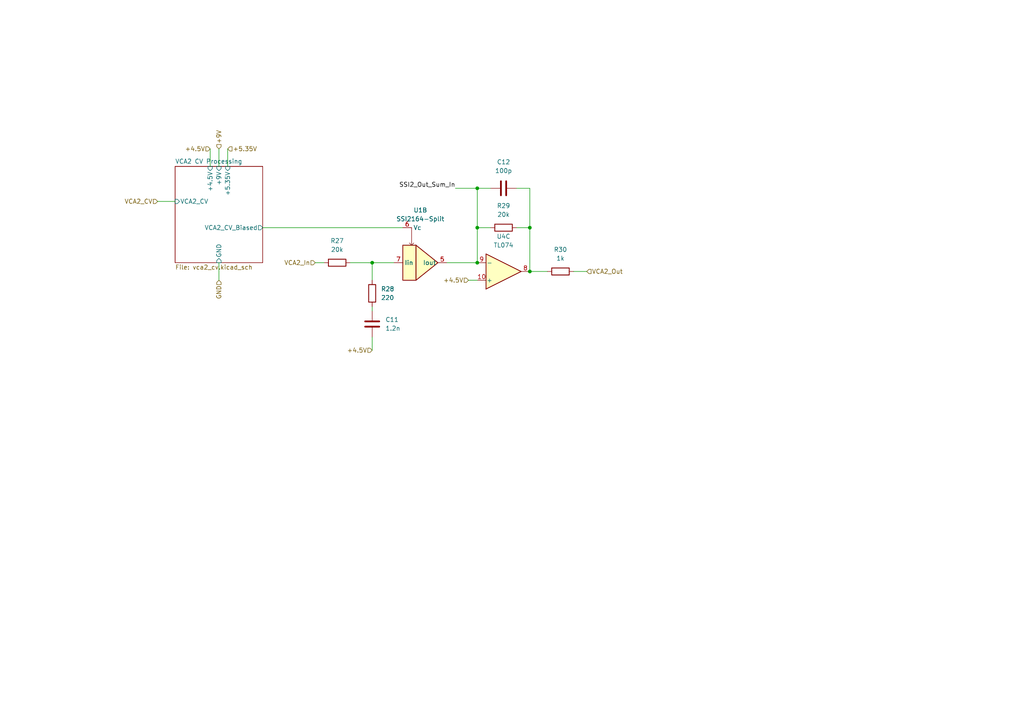
<source format=kicad_sch>
(kicad_sch (version 20211123) (generator eeschema)
  (paper "A4")
  (title_block (title "VCA Board") (date "2024-11-07") (rev "v1rev2") (company "Pedal Markt / Andrey Salomatin"))
  (lib_symbols
    (symbol "Amplifier_Operational:TL074" (pin_names (offset 0.127))
      (property "Reference" "U" (at 0 5.08 0))
      (property "Value" "TL074" (at 0 -5.08 0))
      (symbol "TL074_1_1"
        (polyline (pts (xy -5.08 5.08) (xy 5.08 0) (xy -5.08 -5.08) (xy -5.08 5.08)) (stroke (width 0.254)) (fill (type background)))
        (pin output line (at 7.62 0 180) (length 2.54) (name "~") (number "1"))
        (pin input line (at -7.62 -2.54 0) (length 2.54) (name "-") (number "2"))
        (pin input line (at -7.62 2.54 0) (length 2.54) (name "+") (number "3"))
      )
      (symbol "TL074_2_1"
        (polyline (pts (xy -5.08 5.08) (xy 5.08 0) (xy -5.08 -5.08) (xy -5.08 5.08)) (stroke (width 0.254)) (fill (type background)))
        (pin input line (at -7.62 2.54 0) (length 2.54) (name "+") (number "5"))
        (pin input line (at -7.62 -2.54 0) (length 2.54) (name "-") (number "6"))
        (pin output line (at 7.62 0 180) (length 2.54) (name "~") (number "7"))
      )
      (symbol "TL074_3_1"
        (polyline (pts (xy -5.08 5.08) (xy 5.08 0) (xy -5.08 -5.08) (xy -5.08 5.08)) (stroke (width 0.254)) (fill (type background)))
        (pin input line (at -7.62 2.54 0) (length 2.54) (name "+") (number "10"))
        (pin output line (at 7.62 0 180) (length 2.54) (name "~") (number "8"))
        (pin input line (at -7.62 -2.54 0) (length 2.54) (name "-") (number "9"))
      )
      (symbol "TL074_4_1"
        (polyline (pts (xy -5.08 5.08) (xy 5.08 0) (xy -5.08 -5.08) (xy -5.08 5.08)) (stroke (width 0.254)) (fill (type background)))
        (pin input line (at -7.62 2.54 0) (length 2.54) (name "+") (number "12"))
        (pin input line (at -7.62 -2.54 0) (length 2.54) (name "-") (number "13"))
        (pin output line (at 7.62 0 180) (length 2.54) (name "~") (number "14"))
      )
      (symbol "TL074_5_1"
        (pin power_in line (at -2.54 -7.62 90) (length 3.81) (name "V-") (number "11"))
        (pin power_in line (at -2.54 7.62 270) (length 3.81) (name "V+") (number "4"))
      )
    )
    (symbol "Device:C" (pin_numbers hide) (pin_names (offset 0.254))
      (property "Reference" "C" (at 0.635 2.54 0))
      (property "Value" "C" (at 0.635 -2.54 0))
      (symbol "C_0_1"
        (polyline (pts (xy -2.032 -0.762) (xy 2.032 -0.762)) (stroke (width 0.508)))
        (polyline (pts (xy -2.032 0.762) (xy 2.032 0.762)) (stroke (width 0.508)))
      )
      (symbol "C_1_1"
        (pin passive line (at 0 3.81 270) (length 2.794) (name "~") (number "1"))
        (pin passive line (at 0 -3.81 90) (length 2.794) (name "~") (number "2"))
      )
    )
    (symbol "Device:R" (pin_numbers hide) (pin_names (offset 0))
      (property "Reference" "R" (at 2.032 0 90))
      (property "Value" "R" (at 0 0 90))
      (symbol "R_0_1"
        (rectangle (start -1.016 -2.54) (end 1.016 2.54) (stroke (width 0.254)))
      )
      (symbol "R_1_1"
        (pin passive line (at 0 3.81 270) (length 1.27) (name "~") (number "1"))
        (pin passive line (at 0 -3.81 90) (length 1.27) (name "~") (number "2"))
      )
    )
    (symbol "pedals:SSI2164-Split"
      (property "Reference" "U" (at 0 15.24 0))
      (property "Value" "SSI2164-Split" (at -7.62 -7.62 0))
      (symbol "SSI2164-Split_1_1"
        (polyline (pts (xy -2.54 5.08) (xy -3.175 5.715)))
        (polyline (pts (xy -2.54 5.08) (xy -1.905 5.715)))
        (polyline (pts (xy -2.54 10.16) (xy -2.54 5.08)))
        (polyline (pts (xy -1.27 5.08) (xy -5.08 5.08) (xy -5.08 -5.08) (xy -1.27 -5.08)) (stroke (width 0.254)) (fill (type background)))
        (polyline (pts (xy -1.27 5.08) (xy 5.08 0) (xy -1.27 -5.08) (xy -1.27 5.08)) (stroke (width 0.254)) (fill (type background)))
        (pin input line (at -7.62 0 0) (length 2.54) (name "Iin") (number "2"))
        (pin input line (at -5.08 10.16 0) (length 2.54) (name "Vc") (number "3"))
        (pin output line (at 7.62 0 180) (length 2.54) (name "Iout") (number "4"))
      )
      (symbol "SSI2164-Split_2_1"
        (polyline (pts (xy -2.54 5.08) (xy -3.175 5.715)))
        (polyline (pts (xy -2.54 5.08) (xy -1.905 5.715)))
        (polyline (pts (xy -2.54 10.16) (xy -2.54 5.08)))
        (polyline (pts (xy -1.27 5.08) (xy -5.08 5.08) (xy -5.08 -5.08) (xy -1.27 -5.08)) (stroke (width 0.254)) (fill (type background)))
        (polyline (pts (xy -1.27 5.08) (xy 5.08 0) (xy -1.27 -5.08) (xy -1.27 5.08)) (stroke (width 0.254)) (fill (type background)))
        (pin output line (at 7.62 0 180) (length 2.54) (name "Iout") (number "5"))
        (pin input line (at -5.08 10.16 0) (length 2.54) (name "Vc") (number "6"))
        (pin input line (at -7.62 0 0) (length 2.54) (name "Iin") (number "7"))
      )
      (symbol "SSI2164-Split_3_1"
        (polyline (pts (xy -2.54 5.08) (xy -3.175 5.715)))
        (polyline (pts (xy -2.54 5.08) (xy -1.905 5.715)))
        (polyline (pts (xy -2.54 10.16) (xy -2.54 5.08)))
        (polyline (pts (xy -1.27 5.08) (xy -5.08 5.08) (xy -5.08 -5.08) (xy -1.27 -5.08)) (stroke (width 0.254)) (fill (type background)))
        (polyline (pts (xy -1.27 5.08) (xy 5.08 0) (xy -1.27 -5.08) (xy -1.27 5.08)) (stroke (width 0.254)) (fill (type background)))
        (pin input line (at -7.62 0 0) (length 2.54) (name "Iin") (number "10"))
        (pin input line (at -5.08 10.16 0) (length 2.54) (name "Vc") (number "11"))
        (pin output line (at 7.62 0 180) (length 2.54) (name "Iout") (number "12"))
      )
      (symbol "SSI2164-Split_4_1"
        (polyline (pts (xy -2.54 5.08) (xy -3.175 5.715)))
        (polyline (pts (xy -2.54 5.08) (xy -1.905 5.715)))
        (polyline (pts (xy -2.54 10.16) (xy -2.54 5.08)))
        (polyline (pts (xy -1.27 5.08) (xy -5.08 5.08) (xy -5.08 -5.08) (xy -1.27 -5.08)) (stroke (width 0.254)) (fill (type background)))
        (polyline (pts (xy -1.27 5.08) (xy 5.08 0) (xy -1.27 -5.08) (xy -1.27 5.08)) (stroke (width 0.254)) (fill (type background)))
        (pin output line (at 7.62 0 180) (length 2.54) (name "Iout") (number "13"))
        (pin input line (at -5.08 10.16 0) (length 2.54) (name "Vc") (number "14"))
        (pin input line (at -7.62 0 0) (length 2.54) (name "Iin") (number "15"))
      )
      (symbol "SSI2164-Split_5_1"
        (pin input line (at 2.54 7.62 270) (length 3.81) (name "Mode") (number "1"))
        (pin power_in line (at -2.54 7.62 270) (length 3.81) (name "V+") (number "16"))
        (pin power_in line (at -7.62 -7.62 90) (length 3.81) (name "GND") (number "8"))
        (pin power_in line (at -2.54 -7.62 90) (length 3.81) (name "V-") (number "9"))
      )
    )
  )
  (junction (at 138.43 66.04))
  (junction (at 153.67 78.74))
  (junction (at 153.67 66.04))
  (junction (at 138.43 54.61))
  (junction (at 138.43 76.2))
  (junction (at 107.95 76.2))
  (wire (pts (xy 153.67 66.04) (xy 153.67 78.74)))
  (wire (pts (xy 166.37 78.74) (xy 170.18 78.74)))
  (wire (pts (xy 107.95 76.2) (xy 114.3 76.2)))
  (wire (pts (xy 129.54 76.2) (xy 138.43 76.2)))
  (wire (pts (xy 76.2 66.04) (xy 116.84 66.04)))
  (wire (pts (xy 138.43 76.2) (xy 138.43 66.04)))
  (wire (pts (xy 132.08 54.61) (xy 138.43 54.61)))
  (wire (pts (xy 63.5 76.2) (xy 63.5 81.28)))
  (wire (pts (xy 153.67 54.61) (xy 153.67 66.04)))
  (wire (pts (xy 135.89 81.28) (xy 138.43 81.28)))
  (wire (pts (xy 107.95 88.9) (xy 107.95 90.17)))
  (wire (pts (xy 142.24 54.61) (xy 138.43 54.61)))
  (wire (pts (xy 60.96 43.18) (xy 60.96 48.26)))
  (wire (pts (xy 66.04 43.18) (xy 66.04 48.26)))
  (wire (pts (xy 149.86 66.04) (xy 153.67 66.04)))
  (wire (pts (xy 63.5 43.18) (xy 63.5 48.26)))
  (wire (pts (xy 153.67 78.74) (xy 158.75 78.74)))
  (wire (pts (xy 138.43 66.04) (xy 142.24 66.04)))
  (wire (pts (xy 107.95 97.79) (xy 107.95 101.6)))
  (wire (pts (xy 138.43 54.61) (xy 138.43 66.04)))
  (wire (pts (xy 91.44 76.2) (xy 93.98 76.2)))
  (wire (pts (xy 45.72 58.42) (xy 50.8 58.42)))
  (wire (pts (xy 107.95 81.28) (xy 107.95 76.2)))
  (wire (pts (xy 101.6 76.2) (xy 107.95 76.2)))
  (wire (pts (xy 149.86 54.61) (xy 153.67 54.61)))
  (label "SSI2_Out_Sum_In" (at 132.08 54.61 180))
  (hierarchical_label "VCA2_CV" (shape input) (at 45.72 58.42 180))
  (hierarchical_label "+4.5V" (shape input) (at 135.89 81.28 180))
  (hierarchical_label "+9V" (shape input) (at 63.5 43.18 90))
  (hierarchical_label "+4.5V" (shape input) (at 60.96 43.18 180))
  (hierarchical_label "+4.5V" (shape input) (at 107.95 101.6 180))
  (hierarchical_label "VCA2_In" (shape input) (at 91.44 76.2 180))
  (hierarchical_label "+5.35V" (shape input) (at 66.04 43.18 0))
  (hierarchical_label "VCA2_Out" (shape input) (at 170.18 78.74 0))
  (hierarchical_label "GND" (shape input) (at 63.5 81.28 270))
  (symbol (lib_id "Amplifier_Operational:TL074") (at 146.05 78.74 0) (mirror x) (unit 3)
    (property "Reference" "U4" (at 146.05 68.58 0))
    (property "Value" "TL074" (at 146.05 71.12 0))
    (property "Footprint" "Package_SO:SOIC-14_3.9x8.7mm_P1.27mm" (effects hide))
    (property "Datasheet" "http://www.ti.com/lit/ds/symlink/tl071.pdf" (effects hide))
    (property "LCSC" "C6963" (effects hide))
  )
  (symbol (lib_id "Device:C") (at 146.05 54.61 270) (unit 1)
    (property "Reference" "C12" (at 146.05 46.99 90))
    (property "Value" "100p" (at 146.05 49.53 90))
    (property "Footprint" "Capacitor_SMD:C_0603_1608Metric_Pad1.08x0.95mm_HandSolder" (effects hide))
    (property "LCSC" "C160903" (effects hide))
  )
  (symbol (lib_id "Device:R") (at 97.79 76.2 90) (unit 1)
    (property "Reference" "R27" (at 97.79 69.85 90))
    (property "Value" "20k" (at 97.79 72.39 90))
    (property "Footprint" "Resistor_SMD:R_0603_1608Metric_Pad0.98x0.95mm_HandSolder" (effects hide))
    (property "LCSC" "C4184" (effects hide))
  )
  (symbol (lib_id "pedals:SSI2164-Split") (at 121.92 76.2 0) (unit 2)
    (property "Reference" "U1" (at 121.92 60.96 0))
    (property "Value" "SSI2164-Split" (at 121.92 63.5 0))
    (property "Footprint" "Package_SO:SOIC-16_3.9x9.9mm_P1.27mm" (effects hide))
    (property "Datasheet" "https://www.soundsemiconductor.com/downloads/ssi2164datasheet.pdf" (effects hide))
  )
  (symbol (lib_id "Device:R") (at 146.05 66.04 90) (unit 1)
    (property "Reference" "R29" (at 146.05 59.69 90))
    (property "Value" "20k" (at 146.05 62.23 90))
    (property "Footprint" "Resistor_SMD:R_0603_1608Metric_Pad0.98x0.95mm_HandSolder" (effects hide))
    (property "LCSC" "C4184" (effects hide))
  )
  (symbol (lib_id "Device:C") (at 107.95 93.98 180) (unit 1)
    (property "Reference" "C11" (at 111.76 92.7099 0) (effects (justify right)))
    (property "Value" "1.2n" (at 111.76 95.2499 0) (effects (justify right)))
    (property "Footprint" "Capacitor_SMD:C_0603_1608Metric_Pad1.08x0.95mm_HandSolder" (effects hide))
    (property "LCSC" "C576816" (effects hide))
  )
  (symbol (lib_id "Device:R") (at 162.56 78.74 90) (unit 1)
    (property "Reference" "R30" (at 162.56 72.39 90))
    (property "Value" "1k" (at 162.56 74.93 90))
    (property "Footprint" "Resistor_SMD:R_0603_1608Metric_Pad0.98x0.95mm_HandSolder" (effects hide))
    (property "LCSC" "C21190" (effects hide))
  )
  (symbol (lib_id "Device:R") (at 107.95 85.09 180) (unit 1)
    (property "Reference" "R28" (at 110.49 83.8199 0) (effects (justify right)))
    (property "Value" "220" (at 110.49 86.3599 0) (effects (justify right)))
    (property "Footprint" "Resistor_SMD:R_0603_1608Metric_Pad0.98x0.95mm_HandSolder" (effects hide))
    (property "LCSC" "C22962" (effects hide))
  )
  (sheet (at 50.8 48.26) (size 25.4 27.94) (stroke (width 0.1524))
    (property "Sheet name" "VCA2 CV Processing" (at 50.8 47.5484 0) (effects (justify left bottom)))
    (property "Sheet file" "vca2_cv.kicad_sch" (at 50.8 76.7846 0) (effects (justify left top)))
    (pin "VCA2_CV" input (at 50.8 58.42 180))
    (pin "+4.5V" input (at 60.96 48.26 90))
    (pin "VCA2_CV_Biased" output (at 76.2 66.04 0))
    (pin "+5.35V" input (at 66.04 48.26 90))
    (pin "+9V" input (at 63.5 48.26 90))
    (pin "GND" input (at 63.5 76.2 270))
  )
)
</source>
